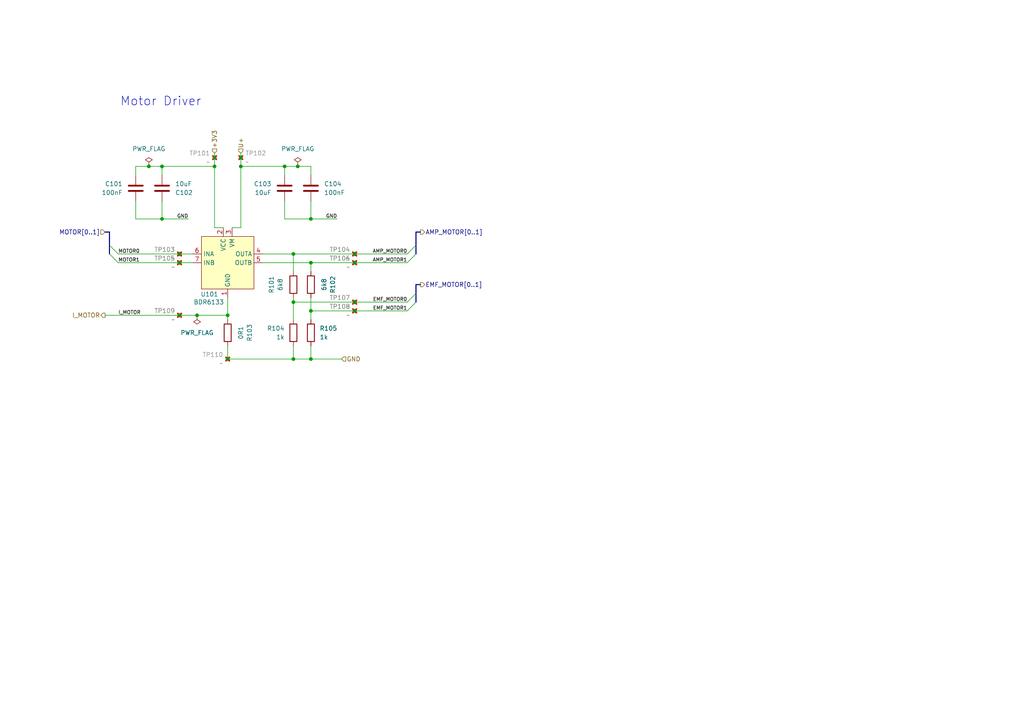
<source format=kicad_sch>
(kicad_sch
	(version 20231120)
	(generator "eeschema")
	(generator_version "8.0")
	(uuid "05e300d5-f5fa-4357-9552-f348c65b0d1e")
	(paper "A4")
	(title_block
		(title "xDuinoRail - LocDecoder - Development Kit")
		(date "2024-10-09")
		(rev "v0.2")
		(company "Chatelain Engineering, Bern - CH")
	)
	(lib_symbols
		(symbol "BDR6133:BDR6133"
			(exclude_from_sim no)
			(in_bom yes)
			(on_board yes)
			(property "Reference" "U"
				(at -7.112 -10.922 0)
				(effects
					(font
						(size 1.27 1.27)
					)
				)
			)
			(property "Value" "BDR6133"
				(at -3.302 -8.89 0)
				(effects
					(font
						(size 1.27 1.27)
					)
				)
			)
			(property "Footprint" ""
				(at -7.112 -10.922 0)
				(effects
					(font
						(size 1.27 1.27)
					)
					(hide yes)
				)
			)
			(property "Datasheet" ""
				(at -7.112 -10.922 0)
				(effects
					(font
						(size 1.27 1.27)
					)
					(hide yes)
				)
			)
			(property "Description" ""
				(at -7.112 -10.922 0)
				(effects
					(font
						(size 1.27 1.27)
					)
					(hide yes)
				)
			)
			(symbol "BDR6133_0_0"
				(pin power_in line
					(at 0 -10.16 90)
					(length 2.54)
					(name "GND"
						(effects
							(font
								(size 1.27 1.27)
							)
						)
					)
					(number "1"
						(effects
							(font
								(size 1.27 1.27)
							)
						)
					)
				)
				(pin power_in line
					(at -1.27 10.16 270)
					(length 2.54)
					(name "VCC"
						(effects
							(font
								(size 1.27 1.27)
							)
						)
					)
					(number "2"
						(effects
							(font
								(size 1.27 1.27)
							)
						)
					)
				)
				(pin power_in line
					(at 1.27 10.16 270)
					(length 2.54)
					(name "VM"
						(effects
							(font
								(size 1.27 1.27)
							)
						)
					)
					(number "3"
						(effects
							(font
								(size 1.27 1.27)
							)
						)
					)
				)
				(pin output line
					(at 10.16 2.54 180)
					(length 2.54)
					(name "OUTA"
						(effects
							(font
								(size 1.27 1.27)
							)
						)
					)
					(number "4"
						(effects
							(font
								(size 1.27 1.27)
							)
						)
					)
				)
				(pin output line
					(at 10.16 0 180)
					(length 2.54)
					(name "OUTB"
						(effects
							(font
								(size 1.27 1.27)
							)
						)
					)
					(number "5"
						(effects
							(font
								(size 1.27 1.27)
							)
						)
					)
				)
				(pin input line
					(at -10.16 2.54 0)
					(length 2.54)
					(name "INA"
						(effects
							(font
								(size 1.27 1.27)
							)
						)
					)
					(number "6"
						(effects
							(font
								(size 1.27 1.27)
							)
						)
					)
				)
				(pin input line
					(at -10.16 0 0)
					(length 2.54)
					(name "INB"
						(effects
							(font
								(size 1.27 1.27)
							)
						)
					)
					(number "7"
						(effects
							(font
								(size 1.27 1.27)
							)
						)
					)
				)
			)
			(symbol "BDR6133_1_0"
				(pin no_connect line
					(at -10.16 -2.54 0)
					(length 2.54) hide
					(name "NC"
						(effects
							(font
								(size 1.27 1.27)
							)
						)
					)
					(number "8"
						(effects
							(font
								(size 1.27 1.27)
							)
						)
					)
				)
				(pin power_in line
					(at 0 -10.16 90)
					(length 2.54) hide
					(name "PGND"
						(effects
							(font
								(size 1.27 1.27)
							)
						)
					)
					(number "9"
						(effects
							(font
								(size 1.27 1.27)
							)
						)
					)
				)
			)
			(symbol "BDR6133_1_1"
				(rectangle
					(start -7.62 7.62)
					(end 7.62 -7.62)
					(stroke
						(width 0)
						(type default)
					)
					(fill
						(type background)
					)
				)
			)
		)
		(symbol "Connector:TestPoint_Small"
			(pin_numbers hide)
			(pin_names
				(offset 0.762) hide)
			(exclude_from_sim no)
			(in_bom yes)
			(on_board yes)
			(property "Reference" "TP"
				(at 0 3.81 0)
				(effects
					(font
						(size 1.27 1.27)
					)
				)
			)
			(property "Value" "TestPoint_Small"
				(at 0 2.032 0)
				(effects
					(font
						(size 1.27 1.27)
					)
				)
			)
			(property "Footprint" ""
				(at 5.08 0 0)
				(effects
					(font
						(size 1.27 1.27)
					)
					(hide yes)
				)
			)
			(property "Datasheet" "~"
				(at 5.08 0 0)
				(effects
					(font
						(size 1.27 1.27)
					)
					(hide yes)
				)
			)
			(property "Description" "test point"
				(at 0 0 0)
				(effects
					(font
						(size 1.27 1.27)
					)
					(hide yes)
				)
			)
			(property "ki_keywords" "test point tp"
				(at 0 0 0)
				(effects
					(font
						(size 1.27 1.27)
					)
					(hide yes)
				)
			)
			(property "ki_fp_filters" "Pin* Test*"
				(at 0 0 0)
				(effects
					(font
						(size 1.27 1.27)
					)
					(hide yes)
				)
			)
			(symbol "TestPoint_Small_0_1"
				(circle
					(center 0 0)
					(radius 0.508)
					(stroke
						(width 0)
						(type default)
					)
					(fill
						(type none)
					)
				)
			)
			(symbol "TestPoint_Small_1_1"
				(pin passive line
					(at 0 0 90)
					(length 0)
					(name "1"
						(effects
							(font
								(size 1.27 1.27)
							)
						)
					)
					(number "1"
						(effects
							(font
								(size 1.27 1.27)
							)
						)
					)
				)
			)
		)
		(symbol "Device:C"
			(pin_numbers hide)
			(pin_names
				(offset 0.254)
			)
			(exclude_from_sim no)
			(in_bom yes)
			(on_board yes)
			(property "Reference" "C"
				(at 0.635 2.54 0)
				(effects
					(font
						(size 1.27 1.27)
					)
					(justify left)
				)
			)
			(property "Value" "C"
				(at 0.635 -2.54 0)
				(effects
					(font
						(size 1.27 1.27)
					)
					(justify left)
				)
			)
			(property "Footprint" ""
				(at 0.9652 -3.81 0)
				(effects
					(font
						(size 1.27 1.27)
					)
					(hide yes)
				)
			)
			(property "Datasheet" "~"
				(at 0 0 0)
				(effects
					(font
						(size 1.27 1.27)
					)
					(hide yes)
				)
			)
			(property "Description" "Unpolarized capacitor"
				(at 0 0 0)
				(effects
					(font
						(size 1.27 1.27)
					)
					(hide yes)
				)
			)
			(property "ki_keywords" "cap capacitor"
				(at 0 0 0)
				(effects
					(font
						(size 1.27 1.27)
					)
					(hide yes)
				)
			)
			(property "ki_fp_filters" "C_*"
				(at 0 0 0)
				(effects
					(font
						(size 1.27 1.27)
					)
					(hide yes)
				)
			)
			(symbol "C_0_1"
				(polyline
					(pts
						(xy -2.032 -0.762) (xy 2.032 -0.762)
					)
					(stroke
						(width 0.508)
						(type default)
					)
					(fill
						(type none)
					)
				)
				(polyline
					(pts
						(xy -2.032 0.762) (xy 2.032 0.762)
					)
					(stroke
						(width 0.508)
						(type default)
					)
					(fill
						(type none)
					)
				)
			)
			(symbol "C_1_1"
				(pin passive line
					(at 0 3.81 270)
					(length 2.794)
					(name "~"
						(effects
							(font
								(size 1.27 1.27)
							)
						)
					)
					(number "1"
						(effects
							(font
								(size 1.27 1.27)
							)
						)
					)
				)
				(pin passive line
					(at 0 -3.81 90)
					(length 2.794)
					(name "~"
						(effects
							(font
								(size 1.27 1.27)
							)
						)
					)
					(number "2"
						(effects
							(font
								(size 1.27 1.27)
							)
						)
					)
				)
			)
		)
		(symbol "Device:R"
			(pin_numbers hide)
			(pin_names
				(offset 0)
			)
			(exclude_from_sim no)
			(in_bom yes)
			(on_board yes)
			(property "Reference" "R"
				(at 2.032 0 90)
				(effects
					(font
						(size 1.27 1.27)
					)
				)
			)
			(property "Value" "R"
				(at 0 0 90)
				(effects
					(font
						(size 1.27 1.27)
					)
				)
			)
			(property "Footprint" ""
				(at -1.778 0 90)
				(effects
					(font
						(size 1.27 1.27)
					)
					(hide yes)
				)
			)
			(property "Datasheet" "~"
				(at 0 0 0)
				(effects
					(font
						(size 1.27 1.27)
					)
					(hide yes)
				)
			)
			(property "Description" "Resistor"
				(at 0 0 0)
				(effects
					(font
						(size 1.27 1.27)
					)
					(hide yes)
				)
			)
			(property "ki_keywords" "R res resistor"
				(at 0 0 0)
				(effects
					(font
						(size 1.27 1.27)
					)
					(hide yes)
				)
			)
			(property "ki_fp_filters" "R_*"
				(at 0 0 0)
				(effects
					(font
						(size 1.27 1.27)
					)
					(hide yes)
				)
			)
			(symbol "R_0_1"
				(rectangle
					(start -1.016 -2.54)
					(end 1.016 2.54)
					(stroke
						(width 0.254)
						(type default)
					)
					(fill
						(type none)
					)
				)
			)
			(symbol "R_1_1"
				(pin passive line
					(at 0 3.81 270)
					(length 1.27)
					(name "~"
						(effects
							(font
								(size 1.27 1.27)
							)
						)
					)
					(number "1"
						(effects
							(font
								(size 1.27 1.27)
							)
						)
					)
				)
				(pin passive line
					(at 0 -3.81 90)
					(length 1.27)
					(name "~"
						(effects
							(font
								(size 1.27 1.27)
							)
						)
					)
					(number "2"
						(effects
							(font
								(size 1.27 1.27)
							)
						)
					)
				)
			)
		)
		(symbol "power:PWR_FLAG"
			(power)
			(pin_numbers hide)
			(pin_names
				(offset 0) hide)
			(exclude_from_sim no)
			(in_bom yes)
			(on_board yes)
			(property "Reference" "#FLG"
				(at 0 1.905 0)
				(effects
					(font
						(size 1.27 1.27)
					)
					(hide yes)
				)
			)
			(property "Value" "PWR_FLAG"
				(at 0 3.81 0)
				(effects
					(font
						(size 1.27 1.27)
					)
				)
			)
			(property "Footprint" ""
				(at 0 0 0)
				(effects
					(font
						(size 1.27 1.27)
					)
					(hide yes)
				)
			)
			(property "Datasheet" "~"
				(at 0 0 0)
				(effects
					(font
						(size 1.27 1.27)
					)
					(hide yes)
				)
			)
			(property "Description" "Special symbol for telling ERC where power comes from"
				(at 0 0 0)
				(effects
					(font
						(size 1.27 1.27)
					)
					(hide yes)
				)
			)
			(property "ki_keywords" "flag power"
				(at 0 0 0)
				(effects
					(font
						(size 1.27 1.27)
					)
					(hide yes)
				)
			)
			(symbol "PWR_FLAG_0_0"
				(pin power_out line
					(at 0 0 90)
					(length 0)
					(name "~"
						(effects
							(font
								(size 1.27 1.27)
							)
						)
					)
					(number "1"
						(effects
							(font
								(size 1.27 1.27)
							)
						)
					)
				)
			)
			(symbol "PWR_FLAG_0_1"
				(polyline
					(pts
						(xy 0 0) (xy 0 1.27) (xy -1.016 1.905) (xy 0 2.54) (xy 1.016 1.905) (xy 0 1.27)
					)
					(stroke
						(width 0)
						(type default)
					)
					(fill
						(type none)
					)
				)
			)
		)
	)
	(junction
		(at 90.17 76.2)
		(diameter 0)
		(color 0 0 0 0)
		(uuid "0bd42835-01f0-483b-9303-89b3d27fda7c")
	)
	(junction
		(at 102.87 90.17)
		(diameter 0)
		(color 0 0 0 0)
		(uuid "0d267919-9b09-4456-b792-f9e2458adf97")
	)
	(junction
		(at 43.18 48.26)
		(diameter 0)
		(color 0 0 0 0)
		(uuid "10d60804-e91f-4d62-8738-c20ad8630ffa")
	)
	(junction
		(at 85.09 73.66)
		(diameter 0)
		(color 0 0 0 0)
		(uuid "1162c5c1-d102-4139-9bf4-bf1af43e9fb7")
	)
	(junction
		(at 46.99 48.26)
		(diameter 0)
		(color 0 0 0 0)
		(uuid "1a671767-d465-4d55-a8c2-6a6d7635f76f")
	)
	(junction
		(at 52.07 73.66)
		(diameter 0)
		(color 0 0 0 0)
		(uuid "201bb51e-d08a-4b5e-b171-017b4c14154b")
	)
	(junction
		(at 86.36 48.26)
		(diameter 0)
		(color 0 0 0 0)
		(uuid "2a4e74d4-a30d-4ac9-92cd-ea355963d944")
	)
	(junction
		(at 82.55 48.26)
		(diameter 0)
		(color 0 0 0 0)
		(uuid "2abfc7c4-4ad5-4b82-8636-af0b459381ca")
	)
	(junction
		(at 69.85 45.72)
		(diameter 0)
		(color 0 0 0 0)
		(uuid "2be32fcc-0fe4-4c2c-916b-27a28d47d680")
	)
	(junction
		(at 102.87 73.66)
		(diameter 0)
		(color 0 0 0 0)
		(uuid "2c0b0c66-34f6-4b3b-9ace-6da942e4d99a")
	)
	(junction
		(at 102.87 87.63)
		(diameter 0)
		(color 0 0 0 0)
		(uuid "2e59de85-bd42-4995-97e4-70ce123b13b0")
	)
	(junction
		(at 66.04 104.14)
		(diameter 0)
		(color 0 0 0 0)
		(uuid "35a63f1b-baa1-4fdd-af40-24aa98b9c5be")
	)
	(junction
		(at 69.85 48.26)
		(diameter 0)
		(color 0 0 0 0)
		(uuid "45a1f7c3-4ed2-4888-80aa-5b86d78f5e41")
	)
	(junction
		(at 85.09 104.14)
		(diameter 0)
		(color 0 0 0 0)
		(uuid "48e51172-ed99-42c1-b126-cd47978da81b")
	)
	(junction
		(at 46.99 63.5)
		(diameter 0)
		(color 0 0 0 0)
		(uuid "65bdc56e-c907-4787-b506-2e40b2b548e7")
	)
	(junction
		(at 102.87 76.2)
		(diameter 0)
		(color 0 0 0 0)
		(uuid "6a268b92-b1a2-4e62-93d8-d0e5a829dbf7")
	)
	(junction
		(at 62.23 45.72)
		(diameter 0)
		(color 0 0 0 0)
		(uuid "6cb8caa3-e84f-49cd-92d6-f08a39e3b896")
	)
	(junction
		(at 62.23 48.26)
		(diameter 0)
		(color 0 0 0 0)
		(uuid "6f070e76-58d6-4fdb-868d-e814f24d4c5a")
	)
	(junction
		(at 66.04 91.44)
		(diameter 0)
		(color 0 0 0 0)
		(uuid "91978ce6-af04-4082-a7e1-be9d154e6b74")
	)
	(junction
		(at 85.09 87.63)
		(diameter 0)
		(color 0 0 0 0)
		(uuid "9b61434d-1329-4531-a6c8-bae472abfa98")
	)
	(junction
		(at 90.17 63.5)
		(diameter 0)
		(color 0 0 0 0)
		(uuid "9f9ed912-74bd-4c56-b4b5-3aa9000c7084")
	)
	(junction
		(at 90.17 104.14)
		(diameter 0)
		(color 0 0 0 0)
		(uuid "a88fa757-081d-4480-90e8-948fdb3ff951")
	)
	(junction
		(at 57.15 91.44)
		(diameter 0)
		(color 0 0 0 0)
		(uuid "adbff6a6-7c35-4a2f-a9e1-befdfcb8be66")
	)
	(junction
		(at 52.07 76.2)
		(diameter 0)
		(color 0 0 0 0)
		(uuid "adfab112-d64e-4e57-af81-ba8603863a3a")
	)
	(junction
		(at 52.07 91.44)
		(diameter 0)
		(color 0 0 0 0)
		(uuid "bab4e259-0cdb-4976-967f-005ef98783a5")
	)
	(junction
		(at 90.17 90.17)
		(diameter 0)
		(color 0 0 0 0)
		(uuid "ec57bde1-f652-4abb-b50c-6cd95d7a27ca")
	)
	(bus_entry
		(at 120.65 71.12)
		(size -2.54 2.54)
		(stroke
			(width 0)
			(type default)
		)
		(uuid "00298a0e-806d-4554-a95b-ca0beb0a3c3f")
	)
	(bus_entry
		(at 120.65 87.63)
		(size -2.54 2.54)
		(stroke
			(width 0)
			(type default)
		)
		(uuid "01b2278b-ce4a-4ba4-8fa9-4a4951c9b568")
	)
	(bus_entry
		(at 31.75 71.12)
		(size 2.54 2.54)
		(stroke
			(width 0)
			(type default)
		)
		(uuid "0393b580-b019-4bbd-b458-1c025f2339e9")
	)
	(bus_entry
		(at 31.75 73.66)
		(size 2.54 2.54)
		(stroke
			(width 0)
			(type default)
		)
		(uuid "1e170dc1-6cb3-4c8e-9c77-726d8a9a794b")
	)
	(bus_entry
		(at 120.65 85.09)
		(size -2.54 2.54)
		(stroke
			(width 0)
			(type default)
		)
		(uuid "a397f642-c912-4797-9584-c676a0428a1e")
	)
	(bus_entry
		(at 120.65 73.66)
		(size -2.54 2.54)
		(stroke
			(width 0)
			(type default)
		)
		(uuid "e7f03ddf-f572-4bdf-b24d-2e06d0451bdf")
	)
	(wire
		(pts
			(xy 66.04 100.33) (xy 66.04 104.14)
		)
		(stroke
			(width 0)
			(type default)
		)
		(uuid "0530c086-9d9f-4cb6-bb34-f5a3ee503c24")
	)
	(wire
		(pts
			(xy 46.99 63.5) (xy 54.61 63.5)
		)
		(stroke
			(width 0)
			(type default)
		)
		(uuid "0956a73e-0a59-4f61-90f0-3acb47d8c3fc")
	)
	(bus
		(pts
			(xy 30.48 67.31) (xy 31.75 67.31)
		)
		(stroke
			(width 0)
			(type default)
		)
		(uuid "0a7d0b04-19e2-4bc0-bde0-1d7497be98c9")
	)
	(wire
		(pts
			(xy 85.09 73.66) (xy 85.09 78.74)
		)
		(stroke
			(width 0)
			(type default)
		)
		(uuid "0d163050-ac25-41c8-8433-37e8da05b104")
	)
	(wire
		(pts
			(xy 39.37 63.5) (xy 46.99 63.5)
		)
		(stroke
			(width 0)
			(type default)
		)
		(uuid "1189a8f3-14ce-4474-9d70-0b1228f35fc8")
	)
	(bus
		(pts
			(xy 121.92 82.55) (xy 120.65 82.55)
		)
		(stroke
			(width 0)
			(type default)
		)
		(uuid "192116a8-569d-499f-9e19-fbf1020f4972")
	)
	(wire
		(pts
			(xy 69.85 66.04) (xy 67.31 66.04)
		)
		(stroke
			(width 0)
			(type default)
		)
		(uuid "22075f2d-3161-47cf-8a0e-cda0c1d8eb63")
	)
	(wire
		(pts
			(xy 62.23 48.26) (xy 46.99 48.26)
		)
		(stroke
			(width 0)
			(type default)
		)
		(uuid "24495d86-a042-417d-baf5-07bfce8c9d7c")
	)
	(wire
		(pts
			(xy 118.11 87.63) (xy 102.87 87.63)
		)
		(stroke
			(width 0)
			(type default)
		)
		(uuid "25cbb6cc-6826-4b5d-b93f-eb2eae91c179")
	)
	(wire
		(pts
			(xy 69.85 48.26) (xy 69.85 66.04)
		)
		(stroke
			(width 0)
			(type default)
		)
		(uuid "2bc31f62-85e6-4ba2-ac1b-d625f5caaf6f")
	)
	(wire
		(pts
			(xy 62.23 45.72) (xy 62.23 48.26)
		)
		(stroke
			(width 0)
			(type default)
		)
		(uuid "2daf81eb-6613-4c27-97f0-eedd89505895")
	)
	(wire
		(pts
			(xy 66.04 86.36) (xy 66.04 91.44)
		)
		(stroke
			(width 0)
			(type default)
		)
		(uuid "33a220eb-ef24-436f-8419-81da0feaa611")
	)
	(wire
		(pts
			(xy 30.48 91.44) (xy 52.07 91.44)
		)
		(stroke
			(width 0)
			(type default)
		)
		(uuid "3d941bb7-4b30-46ef-ace0-3de0f8174242")
	)
	(wire
		(pts
			(xy 90.17 58.42) (xy 90.17 63.5)
		)
		(stroke
			(width 0)
			(type default)
		)
		(uuid "3da87cfc-0451-4530-b923-78de786c659d")
	)
	(wire
		(pts
			(xy 86.36 48.26) (xy 90.17 48.26)
		)
		(stroke
			(width 0)
			(type default)
		)
		(uuid "403b7b61-87d5-4479-8120-71392b532592")
	)
	(wire
		(pts
			(xy 66.04 91.44) (xy 66.04 92.71)
		)
		(stroke
			(width 0)
			(type default)
		)
		(uuid "41b91153-2e0e-4493-aa4a-40f7e8a344ff")
	)
	(wire
		(pts
			(xy 57.15 91.44) (xy 66.04 91.44)
		)
		(stroke
			(width 0)
			(type default)
		)
		(uuid "4288da4f-0e38-40a3-aaae-68aefd7199c8")
	)
	(wire
		(pts
			(xy 66.04 104.14) (xy 85.09 104.14)
		)
		(stroke
			(width 0)
			(type default)
		)
		(uuid "42e0e34f-28e2-4e80-8bb5-bad7ff1434e3")
	)
	(wire
		(pts
			(xy 90.17 78.74) (xy 90.17 76.2)
		)
		(stroke
			(width 0)
			(type default)
		)
		(uuid "4cad0db0-3835-4837-9a61-38e984cb35bb")
	)
	(wire
		(pts
			(xy 82.55 58.42) (xy 82.55 63.5)
		)
		(stroke
			(width 0)
			(type default)
		)
		(uuid "52c729d2-65e5-4563-8c8b-91eaf23321a2")
	)
	(wire
		(pts
			(xy 52.07 91.44) (xy 57.15 91.44)
		)
		(stroke
			(width 0)
			(type default)
		)
		(uuid "5e4412f6-e515-4f81-802b-f7d6cae930c0")
	)
	(wire
		(pts
			(xy 90.17 86.36) (xy 90.17 90.17)
		)
		(stroke
			(width 0)
			(type default)
		)
		(uuid "5f71e8bf-0c97-4e51-8ff7-048f282b7550")
	)
	(wire
		(pts
			(xy 39.37 58.42) (xy 39.37 63.5)
		)
		(stroke
			(width 0)
			(type default)
		)
		(uuid "65174cba-f769-461f-b465-4075c053c243")
	)
	(wire
		(pts
			(xy 69.85 44.45) (xy 69.85 45.72)
		)
		(stroke
			(width 0)
			(type default)
		)
		(uuid "6bec459d-5336-4026-904e-693b0738dc58")
	)
	(wire
		(pts
			(xy 46.99 58.42) (xy 46.99 63.5)
		)
		(stroke
			(width 0)
			(type default)
		)
		(uuid "6f0b92a2-2257-4e5e-9013-5f7fa960b154")
	)
	(wire
		(pts
			(xy 102.87 76.2) (xy 118.11 76.2)
		)
		(stroke
			(width 0)
			(type default)
		)
		(uuid "719bcd88-f032-418d-ad0b-44a986f5bbe2")
	)
	(wire
		(pts
			(xy 90.17 104.14) (xy 85.09 104.14)
		)
		(stroke
			(width 0)
			(type default)
		)
		(uuid "74e92e45-8568-4b41-81a1-9f450fda1420")
	)
	(bus
		(pts
			(xy 120.65 71.12) (xy 120.65 73.66)
		)
		(stroke
			(width 0)
			(type default)
		)
		(uuid "756fac19-ebd7-454d-88aa-436486e8237b")
	)
	(wire
		(pts
			(xy 90.17 50.8) (xy 90.17 48.26)
		)
		(stroke
			(width 0)
			(type default)
		)
		(uuid "75723c08-bd1d-4f7b-8989-dc91fbaa6d96")
	)
	(wire
		(pts
			(xy 76.2 73.66) (xy 85.09 73.66)
		)
		(stroke
			(width 0)
			(type default)
		)
		(uuid "768b5823-2e61-40d3-8686-05a8de884966")
	)
	(wire
		(pts
			(xy 62.23 66.04) (xy 64.77 66.04)
		)
		(stroke
			(width 0)
			(type default)
		)
		(uuid "78434a74-2662-4d59-bff2-e1f7ea7b673c")
	)
	(bus
		(pts
			(xy 120.65 67.31) (xy 120.65 71.12)
		)
		(stroke
			(width 0)
			(type default)
		)
		(uuid "796d8f71-a0e8-4f0e-b791-e68738e5cc39")
	)
	(wire
		(pts
			(xy 90.17 104.14) (xy 90.17 100.33)
		)
		(stroke
			(width 0)
			(type default)
		)
		(uuid "7a5e7804-014c-4c7b-b615-d79599c79d93")
	)
	(wire
		(pts
			(xy 85.09 87.63) (xy 102.87 87.63)
		)
		(stroke
			(width 0)
			(type default)
		)
		(uuid "7ee99b80-c160-40f6-ae55-c8f6b50b2a91")
	)
	(wire
		(pts
			(xy 76.2 76.2) (xy 90.17 76.2)
		)
		(stroke
			(width 0)
			(type default)
		)
		(uuid "8397ce3a-fc0e-4cd1-835f-2cee2b3758f0")
	)
	(wire
		(pts
			(xy 82.55 48.26) (xy 86.36 48.26)
		)
		(stroke
			(width 0)
			(type default)
		)
		(uuid "85e594cf-7fc1-4789-9119-b1a25a1be469")
	)
	(wire
		(pts
			(xy 85.09 73.66) (xy 102.87 73.66)
		)
		(stroke
			(width 0)
			(type default)
		)
		(uuid "8901d34e-3cb3-4d13-ade3-8a8af98a0508")
	)
	(wire
		(pts
			(xy 118.11 90.17) (xy 102.87 90.17)
		)
		(stroke
			(width 0)
			(type default)
		)
		(uuid "99a4e5be-d486-461a-98cf-240db091d976")
	)
	(wire
		(pts
			(xy 34.29 73.66) (xy 52.07 73.66)
		)
		(stroke
			(width 0)
			(type default)
		)
		(uuid "9a54715b-c240-4960-925e-93fc01408614")
	)
	(wire
		(pts
			(xy 90.17 90.17) (xy 90.17 92.71)
		)
		(stroke
			(width 0)
			(type default)
		)
		(uuid "9c0d454a-2943-4d9e-918d-b08d07ddf443")
	)
	(wire
		(pts
			(xy 85.09 100.33) (xy 85.09 104.14)
		)
		(stroke
			(width 0)
			(type default)
		)
		(uuid "9d9504e1-01de-40fa-8a78-82310ff483ae")
	)
	(wire
		(pts
			(xy 99.06 104.14) (xy 90.17 104.14)
		)
		(stroke
			(width 0)
			(type default)
		)
		(uuid "a2fb44ac-47ea-4542-a04c-8f61e5b954d8")
	)
	(bus
		(pts
			(xy 121.92 67.31) (xy 120.65 67.31)
		)
		(stroke
			(width 0)
			(type default)
		)
		(uuid "abbc83ed-a62c-49b5-a420-06b92ce01d40")
	)
	(bus
		(pts
			(xy 31.75 67.31) (xy 31.75 71.12)
		)
		(stroke
			(width 0)
			(type default)
		)
		(uuid "af1b52ba-fd0f-491e-be77-4a6a7dc70c45")
	)
	(wire
		(pts
			(xy 82.55 63.5) (xy 90.17 63.5)
		)
		(stroke
			(width 0)
			(type default)
		)
		(uuid "b0254ba1-0bfd-41c5-8072-a4f69b138634")
	)
	(wire
		(pts
			(xy 90.17 63.5) (xy 97.79 63.5)
		)
		(stroke
			(width 0)
			(type default)
		)
		(uuid "b03672d1-f6cf-4b01-ba6e-49b81ba52a4d")
	)
	(wire
		(pts
			(xy 85.09 86.36) (xy 85.09 87.63)
		)
		(stroke
			(width 0)
			(type default)
		)
		(uuid "b31c55fe-aa23-4d31-a46d-4616a03316c6")
	)
	(wire
		(pts
			(xy 52.07 73.66) (xy 55.88 73.66)
		)
		(stroke
			(width 0)
			(type default)
		)
		(uuid "b4204dc3-2330-4eac-863b-3f49fbbacd10")
	)
	(wire
		(pts
			(xy 62.23 48.26) (xy 62.23 66.04)
		)
		(stroke
			(width 0)
			(type default)
		)
		(uuid "b9342308-65dd-4463-90e3-80acdac750eb")
	)
	(bus
		(pts
			(xy 120.65 85.09) (xy 120.65 87.63)
		)
		(stroke
			(width 0)
			(type default)
		)
		(uuid "baacb992-fff8-43c7-8229-f47ed784482d")
	)
	(wire
		(pts
			(xy 34.29 76.2) (xy 52.07 76.2)
		)
		(stroke
			(width 0)
			(type default)
		)
		(uuid "bd2837d7-728a-4aaf-8f34-5c16d6178a2d")
	)
	(wire
		(pts
			(xy 46.99 48.26) (xy 46.99 50.8)
		)
		(stroke
			(width 0)
			(type default)
		)
		(uuid "c74a1cae-ad2b-443e-a730-67e02825beff")
	)
	(wire
		(pts
			(xy 43.18 48.26) (xy 46.99 48.26)
		)
		(stroke
			(width 0)
			(type default)
		)
		(uuid "c812e436-0749-4392-b9dd-2b115e8cb389")
	)
	(wire
		(pts
			(xy 90.17 90.17) (xy 102.87 90.17)
		)
		(stroke
			(width 0)
			(type default)
		)
		(uuid "c86cea84-fc9c-48b9-981e-9d1871d0e7de")
	)
	(bus
		(pts
			(xy 120.65 82.55) (xy 120.65 85.09)
		)
		(stroke
			(width 0)
			(type default)
		)
		(uuid "caff7391-610f-4c76-8139-c84e9d25ea67")
	)
	(wire
		(pts
			(xy 69.85 48.26) (xy 82.55 48.26)
		)
		(stroke
			(width 0)
			(type default)
		)
		(uuid "ce37b4d5-3b32-4737-9012-9e3b6fb1983a")
	)
	(wire
		(pts
			(xy 102.87 73.66) (xy 118.11 73.66)
		)
		(stroke
			(width 0)
			(type default)
		)
		(uuid "cf6f5bb7-a8e8-4eeb-ab12-2c0ad8c8e13c")
	)
	(wire
		(pts
			(xy 90.17 76.2) (xy 102.87 76.2)
		)
		(stroke
			(width 0)
			(type default)
		)
		(uuid "d3f70e74-c05e-41d5-89a6-aca9716c5a74")
	)
	(wire
		(pts
			(xy 82.55 48.26) (xy 82.55 50.8)
		)
		(stroke
			(width 0)
			(type default)
		)
		(uuid "daceb922-cb73-4899-ab57-03463c10434f")
	)
	(wire
		(pts
			(xy 69.85 45.72) (xy 69.85 48.26)
		)
		(stroke
			(width 0)
			(type default)
		)
		(uuid "db7565e0-924a-4d25-aa20-e1e2daba8a12")
	)
	(wire
		(pts
			(xy 39.37 48.26) (xy 43.18 48.26)
		)
		(stroke
			(width 0)
			(type default)
		)
		(uuid "e48d094b-8a58-41d4-81f8-461298712c14")
	)
	(wire
		(pts
			(xy 39.37 50.8) (xy 39.37 48.26)
		)
		(stroke
			(width 0)
			(type default)
		)
		(uuid "e74e83d3-91bb-4d5f-a804-74c9fffd04d4")
	)
	(bus
		(pts
			(xy 31.75 71.12) (xy 31.75 73.66)
		)
		(stroke
			(width 0)
			(type default)
		)
		(uuid "e8732e03-f778-44b9-9806-67155f127050")
	)
	(wire
		(pts
			(xy 85.09 87.63) (xy 85.09 92.71)
		)
		(stroke
			(width 0)
			(type default)
		)
		(uuid "efe6b9b8-1c85-4762-95c5-18fbab58e915")
	)
	(wire
		(pts
			(xy 62.23 44.45) (xy 62.23 45.72)
		)
		(stroke
			(width 0)
			(type default)
		)
		(uuid "f2cf5179-bab2-4e40-8f5d-babeb478ea38")
	)
	(wire
		(pts
			(xy 52.07 76.2) (xy 55.88 76.2)
		)
		(stroke
			(width 0)
			(type default)
		)
		(uuid "f57f41f7-3e06-486e-95dc-109cd4009e33")
	)
	(text "Motor Driver"
		(exclude_from_sim no)
		(at 34.798 30.988 0)
		(effects
			(font
				(size 2.54 2.54)
			)
			(justify left bottom)
		)
		(uuid "8e7b0bd8-c661-4330-97fe-306bf27b788e")
	)
	(label "EMF_MOTOR1"
		(at 118.11 90.17 180)
		(effects
			(font
				(size 1.016 1.016)
			)
			(justify right bottom)
		)
		(uuid "1d5d1422-9768-4e1f-b6a3-7202b4ee54c7")
	)
	(label "AMP_MOTOR0"
		(at 118.11 73.66 180)
		(effects
			(font
				(size 1.016 1.016)
			)
			(justify right bottom)
		)
		(uuid "348a94a1-8d0f-4ea4-8d35-9717337394f3")
	)
	(label "AMP_MOTOR1"
		(at 118.11 76.2 180)
		(effects
			(font
				(size 1.016 1.016)
			)
			(justify right bottom)
		)
		(uuid "5d361110-9e01-413a-bf4c-5f9f50eb6fe9")
	)
	(label "MOTOR0"
		(at 34.29 73.66 0)
		(effects
			(font
				(size 1.016 1.016)
			)
			(justify left bottom)
		)
		(uuid "8b5d14d6-7f68-421f-89cc-fed11e103529")
	)
	(label "EMF_MOTOR0"
		(at 118.11 87.63 180)
		(effects
			(font
				(size 1.016 1.016)
			)
			(justify right bottom)
		)
		(uuid "9ab2529e-0854-4e01-b759-d639252c0ee6")
	)
	(label "GND"
		(at 97.79 63.5 180)
		(effects
			(font
				(size 1.016 1.016)
			)
			(justify right bottom)
		)
		(uuid "9cc57982-843a-4e0c-a1a2-949c9b8c8cfe")
	)
	(label "I_MOTOR"
		(at 34.29 91.44 0)
		(effects
			(font
				(size 1.016 1.016)
			)
			(justify left bottom)
		)
		(uuid "a1b45448-a49f-4ca5-94de-c921de448900")
	)
	(label "MOTOR1"
		(at 34.29 76.2 0)
		(effects
			(font
				(size 1.016 1.016)
			)
			(justify left bottom)
		)
		(uuid "c1d62217-00cf-403f-b63c-59639895e22c")
	)
	(label "GND"
		(at 54.61 63.5 180)
		(effects
			(font
				(size 1.016 1.016)
			)
			(justify right bottom)
		)
		(uuid "d9c38a3b-a79b-4d72-b9ab-baf301034bdc")
	)
	(hierarchical_label "U+"
		(shape input)
		(at 69.85 44.45 90)
		(effects
			(font
				(size 1.27 1.27)
			)
			(justify left)
		)
		(uuid "16ce7ee0-15ac-4df6-81da-219063005810")
	)
	(hierarchical_label "MOTOR[0..1]"
		(shape input)
		(at 30.48 67.31 180)
		(effects
			(font
				(size 1.27 1.27)
			)
			(justify right)
		)
		(uuid "5c90ca6f-710f-4a62-8971-245ee129057b")
	)
	(hierarchical_label "I_MOTOR"
		(shape output)
		(at 30.48 91.44 180)
		(effects
			(font
				(size 1.27 1.27)
			)
			(justify right)
		)
		(uuid "838c9aa8-71b8-4a0d-9449-01cd6eb61573")
	)
	(hierarchical_label "AMP_MOTOR[0..1]"
		(shape output)
		(at 121.92 67.31 0)
		(effects
			(font
				(size 1.27 1.27)
			)
			(justify left)
		)
		(uuid "89172d10-d91a-4cc4-a2aa-c5c7f30718df")
	)
	(hierarchical_label "GND"
		(shape input)
		(at 99.06 104.14 0)
		(effects
			(font
				(size 1.27 1.27)
			)
			(justify left)
		)
		(uuid "a0744605-4d18-456e-9fcb-0867a80c01f8")
	)
	(hierarchical_label "+3V3"
		(shape input)
		(at 62.23 44.45 90)
		(effects
			(font
				(size 1.27 1.27)
			)
			(justify left)
		)
		(uuid "f3d4dcab-e775-4019-868b-d43b131d4df6")
	)
	(hierarchical_label "EMF_MOTOR[0..1]"
		(shape output)
		(at 121.92 82.55 0)
		(effects
			(font
				(size 1.27 1.27)
			)
			(justify left)
		)
		(uuid "f7fc1e32-ecc7-4175-97f9-370b90e3f98f")
	)
	(symbol
		(lib_id "Connector:TestPoint_Small")
		(at 102.87 76.2 0)
		(mirror y)
		(unit 1)
		(exclude_from_sim no)
		(in_bom no)
		(on_board no)
		(dnp yes)
		(uuid "1458b582-30b1-406f-87cf-12c58515993a")
		(property "Reference" "TP106"
			(at 101.6 74.9299 0)
			(effects
				(font
					(size 1.27 1.27)
				)
				(justify left)
			)
		)
		(property "Value" "~"
			(at 101.6 77.4699 0)
			(effects
				(font
					(size 1.27 1.27)
				)
				(justify left)
			)
		)
		(property "Footprint" "TestPoint:TestPoint_Pad_D1.0mm"
			(at 97.79 76.2 0)
			(effects
				(font
					(size 1.27 1.27)
				)
				(hide yes)
			)
		)
		(property "Datasheet" "~"
			(at 97.79 76.2 0)
			(effects
				(font
					(size 1.27 1.27)
				)
				(hide yes)
			)
		)
		(property "Description" "test point"
			(at 102.87 76.2 0)
			(effects
				(font
					(size 1.27 1.27)
				)
				(hide yes)
			)
		)
		(pin "1"
			(uuid "031d7baa-3499-4dfd-bb37-ec4fa4ddecb7")
		)
		(instances
			(project "loco-driver-motor"
				(path "/05e300d5-f5fa-4357-9552-f348c65b0d1e"
					(reference "TP106")
					(unit 1)
				)
			)
			(project "xDuinoRails-Thor-M"
				(path "/fb33ec4e-6596-45d2-a121-8d3475acd69a/28e0fa6a-354f-41d6-8b58-d1dd784eb1fe"
					(reference "TP906")
					(unit 1)
				)
			)
		)
	)
	(symbol
		(lib_id "power:PWR_FLAG")
		(at 57.15 91.44 0)
		(mirror x)
		(unit 1)
		(exclude_from_sim no)
		(in_bom yes)
		(on_board yes)
		(dnp no)
		(uuid "171355a9-4ee6-456d-a322-a8d718e16b3f")
		(property "Reference" "#FLG101"
			(at 57.15 93.345 0)
			(effects
				(font
					(size 1.27 1.27)
				)
				(hide yes)
			)
		)
		(property "Value" "PWR_FLAG"
			(at 57.15 96.52 0)
			(effects
				(font
					(size 1.27 1.27)
				)
			)
		)
		(property "Footprint" ""
			(at 57.15 91.44 0)
			(effects
				(font
					(size 1.27 1.27)
				)
				(hide yes)
			)
		)
		(property "Datasheet" "~"
			(at 57.15 91.44 0)
			(effects
				(font
					(size 1.27 1.27)
				)
				(hide yes)
			)
		)
		(property "Description" "Special symbol for telling ERC where power comes from"
			(at 57.15 91.44 0)
			(effects
				(font
					(size 1.27 1.27)
				)
				(hide yes)
			)
		)
		(pin "1"
			(uuid "5dd6316b-39f7-48bf-ad4e-3241abcb6ec5")
		)
		(instances
			(project "loco-driver-motor"
				(path "/05e300d5-f5fa-4357-9552-f348c65b0d1e"
					(reference "#FLG101")
					(unit 1)
				)
			)
			(project "xDuinoRails-Thor-M"
				(path "/fb33ec4e-6596-45d2-a121-8d3475acd69a/28e0fa6a-354f-41d6-8b58-d1dd784eb1fe"
					(reference "#FLG903")
					(unit 1)
				)
			)
		)
	)
	(symbol
		(lib_id "BDR6133:BDR6133")
		(at 66.04 76.2 0)
		(unit 1)
		(exclude_from_sim yes)
		(in_bom yes)
		(on_board yes)
		(dnp no)
		(uuid "2bf60704-2b8b-4d89-8354-dc1a7621affe")
		(property "Reference" "U101"
			(at 58.166 85.344 0)
			(effects
				(font
					(size 1.27 1.27)
				)
				(justify left)
			)
		)
		(property "Value" "BDR6133"
			(at 56.134 87.63 0)
			(effects
				(font
					(size 1.27 1.27)
				)
				(justify left)
			)
		)
		(property "Footprint" "Package_SO:SOIC-8-1EP_3.9x4.9mm_P1.27mm_EP2.41x3.3mm_ThermalVias"
			(at 57.912 97.282 0)
			(effects
				(font
					(size 1.27 1.27)
				)
				(hide yes)
			)
		)
		(property "Datasheet" ""
			(at 57.912 97.282 0)
			(effects
				(font
					(size 1.27 1.27)
				)
				(hide yes)
			)
		)
		(property "Description" ""
			(at 57.912 97.282 0)
			(effects
				(font
					(size 1.27 1.27)
				)
				(hide yes)
			)
		)
		(property "OLI_ID" "BDR6133_SOP-8"
			(at 66.04 76.2 0)
			(effects
				(font
					(size 1.27 1.27)
				)
				(hide yes)
			)
		)
		(property "Frequency" ""
			(at 66.04 76.2 0)
			(effects
				(font
					(size 1.27 1.27)
				)
				(hide yes)
			)
		)
		(property "LCSC" ""
			(at 66.04 76.2 0)
			(effects
				(font
					(size 1.27 1.27)
				)
				(hide yes)
			)
		)
		(property "LCSC Part #" ""
			(at 66.04 76.2 0)
			(effects
				(font
					(size 1.27 1.27)
				)
				(hide yes)
			)
		)
		(property "Sim.Device" ""
			(at 66.04 76.2 0)
			(effects
				(font
					(size 1.27 1.27)
				)
				(hide yes)
			)
		)
		(property "Sim.Pins" ""
			(at 66.04 76.2 0)
			(effects
				(font
					(size 1.27 1.27)
				)
				(hide yes)
			)
		)
		(property "rohs_cert_or_in_datasheet" ""
			(at 66.04 76.2 0)
			(effects
				(font
					(size 1.27 1.27)
				)
				(hide yes)
			)
		)
		(pin "1"
			(uuid "3acf0e27-bb8a-4d89-86c1-b8e3b263ffea")
		)
		(pin "4"
			(uuid "1e298164-517d-46bd-8e04-fe22ef7b1178")
		)
		(pin "7"
			(uuid "c1d8cd32-27fd-4c02-9f62-a5f476792e61")
		)
		(pin "6"
			(uuid "ba9b1774-7ca2-4118-ab91-077ac066dec6")
		)
		(pin "5"
			(uuid "5cf8033e-0ffc-4bb9-91d6-006bbb20825b")
		)
		(pin "3"
			(uuid "3e0bbef6-cf08-43be-bcb2-5cfe55e4f7fe")
		)
		(pin "8"
			(uuid "6a34e1c9-96a6-4c45-b04a-708ef5884494")
		)
		(pin "2"
			(uuid "a9eb05e5-411e-4d4b-b763-13aaf1e74d86")
		)
		(pin "9"
			(uuid "a7e544cf-9864-4caa-97a0-00b916d713d4")
		)
		(instances
			(project "loco-driver-motor"
				(path "/05e300d5-f5fa-4357-9552-f348c65b0d1e"
					(reference "U101")
					(unit 1)
				)
			)
			(project "xDuinoRails-Thor-M"
				(path "/fb33ec4e-6596-45d2-a121-8d3475acd69a/28e0fa6a-354f-41d6-8b58-d1dd784eb1fe"
					(reference "U901")
					(unit 1)
				)
			)
		)
	)
	(symbol
		(lib_id "Device:R")
		(at 66.04 96.52 180)
		(unit 1)
		(exclude_from_sim no)
		(in_bom yes)
		(on_board yes)
		(dnp no)
		(uuid "2d20c6fc-77f3-4d80-b43c-d592a0149d70")
		(property "Reference" "R103"
			(at 72.39 96.52 90)
			(effects
				(font
					(size 1.27 1.27)
				)
			)
		)
		(property "Value" "0R1"
			(at 69.85 96.52 90)
			(effects
				(font
					(size 1.27 1.27)
				)
			)
		)
		(property "Footprint" "Resistor_SMD:R_1206_3216Metric_Pad1.30x1.75mm_HandSolder"
			(at 67.818 96.52 90)
			(effects
				(font
					(size 1.27 1.27)
				)
				(hide yes)
			)
		)
		(property "Datasheet" "~"
			(at 66.04 96.52 0)
			(effects
				(font
					(size 1.27 1.27)
				)
				(hide yes)
			)
		)
		(property "Description" "Resistor"
			(at 66.04 96.52 0)
			(effects
				(font
					(size 1.27 1.27)
				)
				(hide yes)
			)
		)
		(property "OLI_ID" "0R1_1206"
			(at 66.04 96.52 0)
			(effects
				(font
					(size 1.27 1.27)
				)
				(hide yes)
			)
		)
		(property "Frequency" ""
			(at 66.04 96.52 0)
			(effects
				(font
					(size 1.27 1.27)
				)
				(hide yes)
			)
		)
		(property "LCSC" ""
			(at 66.04 96.52 0)
			(effects
				(font
					(size 1.27 1.27)
				)
				(hide yes)
			)
		)
		(property "LCSC Part #" ""
			(at 66.04 96.52 0)
			(effects
				(font
					(size 1.27 1.27)
				)
				(hide yes)
			)
		)
		(property "Sim.Device" "R"
			(at 66.04 96.52 0)
			(effects
				(font
					(size 1.27 1.27)
				)
				(hide yes)
			)
		)
		(property "Sim.Pins" "1=+ 2=-"
			(at 66.04 96.52 0)
			(effects
				(font
					(size 1.27 1.27)
				)
				(hide yes)
			)
		)
		(property "rohs_cert_or_in_datasheet" ""
			(at 66.04 96.52 0)
			(effects
				(font
					(size 1.27 1.27)
				)
				(hide yes)
			)
		)
		(pin "2"
			(uuid "55e55559-db6e-46dd-ad13-37569c399a35")
		)
		(pin "1"
			(uuid "106c15f2-e3e4-45c8-95d4-edd0756fa483")
		)
		(instances
			(project "loco-driver-motor"
				(path "/05e300d5-f5fa-4357-9552-f348c65b0d1e"
					(reference "R103")
					(unit 1)
				)
			)
			(project "xDuinoRails-Thor-M"
				(path "/fb33ec4e-6596-45d2-a121-8d3475acd69a/28e0fa6a-354f-41d6-8b58-d1dd784eb1fe"
					(reference "R903")
					(unit 1)
				)
			)
		)
	)
	(symbol
		(lib_id "Device:R")
		(at 90.17 82.55 180)
		(unit 1)
		(exclude_from_sim no)
		(in_bom yes)
		(on_board yes)
		(dnp no)
		(uuid "5a91f7b3-85da-4543-8718-b773358aeb2f")
		(property "Reference" "R102"
			(at 96.52 82.55 90)
			(effects
				(font
					(size 1.27 1.27)
				)
			)
		)
		(property "Value" "6k8"
			(at 93.98 82.55 90)
			(effects
				(font
					(size 1.27 1.27)
				)
			)
		)
		(property "Footprint" "Resistor_SMD:R_0402_1005Metric"
			(at 91.948 82.55 90)
			(effects
				(font
					(size 1.27 1.27)
				)
				(hide yes)
			)
		)
		(property "Datasheet" "~"
			(at 90.17 82.55 0)
			(effects
				(font
					(size 1.27 1.27)
				)
				(hide yes)
			)
		)
		(property "Description" "Resistor"
			(at 90.17 82.55 0)
			(effects
				(font
					(size 1.27 1.27)
				)
				(hide yes)
			)
		)
		(property "OLI_ID" "6k8_0402"
			(at 90.17 82.55 0)
			(effects
				(font
					(size 1.27 1.27)
				)
				(hide yes)
			)
		)
		(property "Frequency" ""
			(at 90.17 82.55 0)
			(effects
				(font
					(size 1.27 1.27)
				)
				(hide yes)
			)
		)
		(property "LCSC" ""
			(at 90.17 82.55 0)
			(effects
				(font
					(size 1.27 1.27)
				)
				(hide yes)
			)
		)
		(property "LCSC Part #" ""
			(at 90.17 82.55 0)
			(effects
				(font
					(size 1.27 1.27)
				)
				(hide yes)
			)
		)
		(property "Sim.Device" "R"
			(at 90.17 82.55 0)
			(effects
				(font
					(size 1.27 1.27)
				)
				(hide yes)
			)
		)
		(property "Sim.Pins" "1=+ 2=-"
			(at 90.17 82.55 0)
			(effects
				(font
					(size 1.27 1.27)
				)
				(hide yes)
			)
		)
		(property "rohs_cert_or_in_datasheet" ""
			(at 90.17 82.55 0)
			(effects
				(font
					(size 1.27 1.27)
				)
				(hide yes)
			)
		)
		(pin "2"
			(uuid "9fabbb70-8cd0-4289-9005-ca51581cae23")
		)
		(pin "1"
			(uuid "db7af9c1-06bc-48e8-81ca-423ad05c9bcf")
		)
		(instances
			(project "loco-driver-motor"
				(path "/05e300d5-f5fa-4357-9552-f348c65b0d1e"
					(reference "R102")
					(unit 1)
				)
			)
			(project "xDuinoRails-Thor-M"
				(path "/fb33ec4e-6596-45d2-a121-8d3475acd69a/28e0fa6a-354f-41d6-8b58-d1dd784eb1fe"
					(reference "R902")
					(unit 1)
				)
			)
		)
	)
	(symbol
		(lib_id "power:PWR_FLAG")
		(at 86.36 48.26 0)
		(mirror y)
		(unit 1)
		(exclude_from_sim no)
		(in_bom yes)
		(on_board yes)
		(dnp no)
		(uuid "61fc3e80-6f35-4eb2-bbdf-a5e95e8230d8")
		(property "Reference" "#FLG103"
			(at 86.36 46.355 0)
			(effects
				(font
					(size 1.27 1.27)
				)
				(hide yes)
			)
		)
		(property "Value" "PWR_FLAG"
			(at 86.36 43.18 0)
			(effects
				(font
					(size 1.27 1.27)
				)
			)
		)
		(property "Footprint" ""
			(at 86.36 48.26 0)
			(effects
				(font
					(size 1.27 1.27)
				)
				(hide yes)
			)
		)
		(property "Datasheet" "~"
			(at 86.36 48.26 0)
			(effects
				(font
					(size 1.27 1.27)
				)
				(hide yes)
			)
		)
		(property "Description" "Special symbol for telling ERC where power comes from"
			(at 86.36 48.26 0)
			(effects
				(font
					(size 1.27 1.27)
				)
				(hide yes)
			)
		)
		(pin "1"
			(uuid "9fa72035-cba1-4382-8c71-ae407e8b47fd")
		)
		(instances
			(project "loco-driver-motor"
				(path "/05e300d5-f5fa-4357-9552-f348c65b0d1e"
					(reference "#FLG103")
					(unit 1)
				)
			)
			(project "xDuinoRails-Thor-M"
				(path "/fb33ec4e-6596-45d2-a121-8d3475acd69a/28e0fa6a-354f-41d6-8b58-d1dd784eb1fe"
					(reference "#FLG902")
					(unit 1)
				)
			)
		)
	)
	(symbol
		(lib_id "Connector:TestPoint_Small")
		(at 52.07 91.44 0)
		(mirror y)
		(unit 1)
		(exclude_from_sim no)
		(in_bom no)
		(on_board no)
		(dnp yes)
		(uuid "7247a333-1073-4da7-8ae6-18e97260cf08")
		(property "Reference" "TP109"
			(at 50.8 90.1699 0)
			(effects
				(font
					(size 1.27 1.27)
				)
				(justify left)
			)
		)
		(property "Value" "~"
			(at 50.8 92.7099 0)
			(effects
				(font
					(size 1.27 1.27)
				)
				(justify left)
			)
		)
		(property "Footprint" "TestPoint:TestPoint_Pad_D1.0mm"
			(at 46.99 91.44 0)
			(effects
				(font
					(size 1.27 1.27)
				)
				(hide yes)
			)
		)
		(property "Datasheet" "~"
			(at 46.99 91.44 0)
			(effects
				(font
					(size 1.27 1.27)
				)
				(hide yes)
			)
		)
		(property "Description" "test point"
			(at 52.07 91.44 0)
			(effects
				(font
					(size 1.27 1.27)
				)
				(hide yes)
			)
		)
		(pin "1"
			(uuid "a5d9e61b-ca68-4329-9511-b31417d314ec")
		)
		(instances
			(project "loco-driver-motor"
				(path "/05e300d5-f5fa-4357-9552-f348c65b0d1e"
					(reference "TP109")
					(unit 1)
				)
			)
			(project "xDuinoRails-Thor-M"
				(path "/fb33ec4e-6596-45d2-a121-8d3475acd69a/28e0fa6a-354f-41d6-8b58-d1dd784eb1fe"
					(reference "TP909")
					(unit 1)
				)
			)
		)
	)
	(symbol
		(lib_id "Device:R")
		(at 85.09 82.55 0)
		(mirror x)
		(unit 1)
		(exclude_from_sim no)
		(in_bom yes)
		(on_board yes)
		(dnp no)
		(fields_autoplaced yes)
		(uuid "7eccaf43-85ae-4ab3-b4fc-fff7e8c61760")
		(property "Reference" "R101"
			(at 78.74 82.55 90)
			(effects
				(font
					(size 1.27 1.27)
				)
			)
		)
		(property "Value" "6k8"
			(at 81.28 82.55 90)
			(effects
				(font
					(size 1.27 1.27)
				)
			)
		)
		(property "Footprint" "Resistor_SMD:R_0402_1005Metric"
			(at 83.312 82.55 90)
			(effects
				(font
					(size 1.27 1.27)
				)
				(hide yes)
			)
		)
		(property "Datasheet" "~"
			(at 85.09 82.55 0)
			(effects
				(font
					(size 1.27 1.27)
				)
				(hide yes)
			)
		)
		(property "Description" "Resistor"
			(at 85.09 82.55 0)
			(effects
				(font
					(size 1.27 1.27)
				)
				(hide yes)
			)
		)
		(property "OLI_ID" "6k8_0402"
			(at 85.09 82.55 0)
			(effects
				(font
					(size 1.27 1.27)
				)
				(hide yes)
			)
		)
		(property "Frequency" ""
			(at 85.09 82.55 0)
			(effects
				(font
					(size 1.27 1.27)
				)
				(hide yes)
			)
		)
		(property "LCSC" ""
			(at 85.09 82.55 0)
			(effects
				(font
					(size 1.27 1.27)
				)
				(hide yes)
			)
		)
		(property "LCSC Part #" ""
			(at 85.09 82.55 0)
			(effects
				(font
					(size 1.27 1.27)
				)
				(hide yes)
			)
		)
		(property "Sim.Device" "R"
			(at 85.09 82.55 0)
			(effects
				(font
					(size 1.27 1.27)
				)
				(hide yes)
			)
		)
		(property "Sim.Pins" "1=+ 2=-"
			(at 85.09 82.55 0)
			(effects
				(font
					(size 1.27 1.27)
				)
				(hide yes)
			)
		)
		(property "rohs_cert_or_in_datasheet" ""
			(at 85.09 82.55 0)
			(effects
				(font
					(size 1.27 1.27)
				)
				(hide yes)
			)
		)
		(pin "2"
			(uuid "f8526c1d-6d16-4cf3-b647-496132d191e0")
		)
		(pin "1"
			(uuid "163198e3-3d6d-462f-90d1-42c83ba60bdf")
		)
		(instances
			(project "loco-driver-motor"
				(path "/05e300d5-f5fa-4357-9552-f348c65b0d1e"
					(reference "R101")
					(unit 1)
				)
			)
			(project "xDuinoRails-Thor-M"
				(path "/fb33ec4e-6596-45d2-a121-8d3475acd69a/28e0fa6a-354f-41d6-8b58-d1dd784eb1fe"
					(reference "R901")
					(unit 1)
				)
			)
		)
	)
	(symbol
		(lib_id "Connector:TestPoint_Small")
		(at 102.87 73.66 0)
		(mirror y)
		(unit 1)
		(exclude_from_sim no)
		(in_bom no)
		(on_board no)
		(dnp yes)
		(uuid "8a9e3819-42fa-4ed3-950c-ed13166c6201")
		(property "Reference" "TP104"
			(at 101.6 72.3899 0)
			(effects
				(font
					(size 1.27 1.27)
				)
				(justify left)
			)
		)
		(property "Value" "~"
			(at 101.6 74.9299 0)
			(effects
				(font
					(size 1.27 1.27)
				)
				(justify left)
			)
		)
		(property "Footprint" "TestPoint:TestPoint_Pad_D1.0mm"
			(at 97.79 73.66 0)
			(effects
				(font
					(size 1.27 1.27)
				)
				(hide yes)
			)
		)
		(property "Datasheet" "~"
			(at 97.79 73.66 0)
			(effects
				(font
					(size 1.27 1.27)
				)
				(hide yes)
			)
		)
		(property "Description" "test point"
			(at 102.87 73.66 0)
			(effects
				(font
					(size 1.27 1.27)
				)
				(hide yes)
			)
		)
		(pin "1"
			(uuid "37c94390-fc48-400d-b36f-2cf36d989636")
		)
		(instances
			(project "loco-driver-motor"
				(path "/05e300d5-f5fa-4357-9552-f348c65b0d1e"
					(reference "TP104")
					(unit 1)
				)
			)
			(project "xDuinoRails-Thor-M"
				(path "/fb33ec4e-6596-45d2-a121-8d3475acd69a/28e0fa6a-354f-41d6-8b58-d1dd784eb1fe"
					(reference "TP904")
					(unit 1)
				)
			)
		)
	)
	(symbol
		(lib_id "Connector:TestPoint_Small")
		(at 102.87 90.17 0)
		(mirror y)
		(unit 1)
		(exclude_from_sim no)
		(in_bom no)
		(on_board no)
		(dnp yes)
		(uuid "943a0be4-8e78-440a-a45e-9856abdfa7fd")
		(property "Reference" "TP108"
			(at 101.6 88.8999 0)
			(effects
				(font
					(size 1.27 1.27)
				)
				(justify left)
			)
		)
		(property "Value" "~"
			(at 101.6 91.4399 0)
			(effects
				(font
					(size 1.27 1.27)
				)
				(justify left)
			)
		)
		(property "Footprint" "TestPoint:TestPoint_Pad_D1.0mm"
			(at 97.79 90.17 0)
			(effects
				(font
					(size 1.27 1.27)
				)
				(hide yes)
			)
		)
		(property "Datasheet" "~"
			(at 97.79 90.17 0)
			(effects
				(font
					(size 1.27 1.27)
				)
				(hide yes)
			)
		)
		(property "Description" "test point"
			(at 102.87 90.17 0)
			(effects
				(font
					(size 1.27 1.27)
				)
				(hide yes)
			)
		)
		(pin "1"
			(uuid "750721ac-6150-4f34-99a5-15c0622b2ba5")
		)
		(instances
			(project "loco-driver-motor"
				(path "/05e300d5-f5fa-4357-9552-f348c65b0d1e"
					(reference "TP108")
					(unit 1)
				)
			)
			(project "xDuinoRails-Thor-M"
				(path "/fb33ec4e-6596-45d2-a121-8d3475acd69a/28e0fa6a-354f-41d6-8b58-d1dd784eb1fe"
					(reference "TP908")
					(unit 1)
				)
			)
		)
	)
	(symbol
		(lib_id "Connector:TestPoint_Small")
		(at 69.85 45.72 0)
		(unit 1)
		(exclude_from_sim no)
		(in_bom no)
		(on_board no)
		(dnp yes)
		(uuid "998fd0c6-a7cc-49a8-bfa8-1b6799b3c7ac")
		(property "Reference" "TP102"
			(at 71.12 44.4499 0)
			(effects
				(font
					(size 1.27 1.27)
				)
				(justify left)
			)
		)
		(property "Value" "~"
			(at 71.12 46.9899 0)
			(effects
				(font
					(size 1.27 1.27)
				)
				(justify left)
			)
		)
		(property "Footprint" "TestPoint:TestPoint_Pad_D1.0mm"
			(at 74.93 45.72 0)
			(effects
				(font
					(size 1.27 1.27)
				)
				(hide yes)
			)
		)
		(property "Datasheet" "~"
			(at 74.93 45.72 0)
			(effects
				(font
					(size 1.27 1.27)
				)
				(hide yes)
			)
		)
		(property "Description" "test point"
			(at 69.85 45.72 0)
			(effects
				(font
					(size 1.27 1.27)
				)
				(hide yes)
			)
		)
		(pin "1"
			(uuid "f0d71fa7-cbac-4e29-9c7f-d52988e27597")
		)
		(instances
			(project "loco-driver-motor"
				(path "/05e300d5-f5fa-4357-9552-f348c65b0d1e"
					(reference "TP102")
					(unit 1)
				)
			)
			(project "xDuinoRails-Thor-M"
				(path "/fb33ec4e-6596-45d2-a121-8d3475acd69a/28e0fa6a-354f-41d6-8b58-d1dd784eb1fe"
					(reference "TP902")
					(unit 1)
				)
			)
		)
	)
	(symbol
		(lib_id "Device:C")
		(at 90.17 54.61 0)
		(unit 1)
		(exclude_from_sim no)
		(in_bom yes)
		(on_board yes)
		(dnp no)
		(fields_autoplaced yes)
		(uuid "9b7961fd-1a62-46f2-a1b3-ca9dc0d1621e")
		(property "Reference" "C104"
			(at 93.98 53.3399 0)
			(effects
				(font
					(size 1.27 1.27)
				)
				(justify left)
			)
		)
		(property "Value" "100nF"
			(at 93.98 55.8799 0)
			(effects
				(font
					(size 1.27 1.27)
				)
				(justify left)
			)
		)
		(property "Footprint" "Capacitor_SMD:C_0603_1608Metric"
			(at 91.1352 58.42 0)
			(effects
				(font
					(size 1.27 1.27)
				)
				(hide yes)
			)
		)
		(property "Datasheet" "~"
			(at 90.17 54.61 0)
			(effects
				(font
					(size 1.27 1.27)
				)
				(hide yes)
			)
		)
		(property "Description" "Unpolarized capacitor"
			(at 90.17 54.61 0)
			(effects
				(font
					(size 1.27 1.27)
				)
				(hide yes)
			)
		)
		(property "Frequency" ""
			(at 90.17 54.61 0)
			(effects
				(font
					(size 1.27 1.27)
				)
				(hide yes)
			)
		)
		(property "LCSC" ""
			(at 90.17 54.61 0)
			(effects
				(font
					(size 1.27 1.27)
				)
				(hide yes)
			)
		)
		(property "LCSC Part #" ""
			(at 90.17 54.61 0)
			(effects
				(font
					(size 1.27 1.27)
				)
				(hide yes)
			)
		)
		(property "Sim.Device" "C"
			(at 90.17 54.61 0)
			(effects
				(font
					(size 1.27 1.27)
				)
				(hide yes)
			)
		)
		(property "Sim.Pins" "1=+ 2=-"
			(at 90.17 54.61 0)
			(effects
				(font
					(size 1.27 1.27)
				)
				(hide yes)
			)
		)
		(property "rohs_cert_or_in_datasheet" ""
			(at 90.17 54.61 0)
			(effects
				(font
					(size 1.27 1.27)
				)
				(hide yes)
			)
		)
		(property "OLI_ID" "100nF_0603"
			(at 90.17 54.61 0)
			(effects
				(font
					(size 1.27 1.27)
				)
				(hide yes)
			)
		)
		(pin "2"
			(uuid "c40e7e88-b4ff-417c-82f7-79fc19250904")
		)
		(pin "1"
			(uuid "f9e225d7-e24e-4971-b84b-6e7e4138ac17")
		)
		(instances
			(project "loco-driver-motor"
				(path "/05e300d5-f5fa-4357-9552-f348c65b0d1e"
					(reference "C104")
					(unit 1)
				)
			)
			(project "xDuinoRails-Thor-M"
				(path "/fb33ec4e-6596-45d2-a121-8d3475acd69a/28e0fa6a-354f-41d6-8b58-d1dd784eb1fe"
					(reference "C904")
					(unit 1)
				)
			)
		)
	)
	(symbol
		(lib_id "Connector:TestPoint_Small")
		(at 62.23 45.72 0)
		(mirror y)
		(unit 1)
		(exclude_from_sim no)
		(in_bom no)
		(on_board no)
		(dnp yes)
		(uuid "a4d8fffb-9ede-46a5-a01a-b585ebc444d6")
		(property "Reference" "TP101"
			(at 60.96 44.4499 0)
			(effects
				(font
					(size 1.27 1.27)
				)
				(justify left)
			)
		)
		(property "Value" "~"
			(at 60.96 46.9899 0)
			(effects
				(font
					(size 1.27 1.27)
				)
				(justify left)
			)
		)
		(property "Footprint" "TestPoint:TestPoint_Pad_D1.0mm"
			(at 57.15 45.72 0)
			(effects
				(font
					(size 1.27 1.27)
				)
				(hide yes)
			)
		)
		(property "Datasheet" "~"
			(at 57.15 45.72 0)
			(effects
				(font
					(size 1.27 1.27)
				)
				(hide yes)
			)
		)
		(property "Description" "test point"
			(at 62.23 45.72 0)
			(effects
				(font
					(size 1.27 1.27)
				)
				(hide yes)
			)
		)
		(pin "1"
			(uuid "ddb0eaad-a353-448d-af33-0aca73e9773c")
		)
		(instances
			(project "loco-driver-motor"
				(path "/05e300d5-f5fa-4357-9552-f348c65b0d1e"
					(reference "TP101")
					(unit 1)
				)
			)
			(project "xDuinoRails-Thor-M"
				(path "/fb33ec4e-6596-45d2-a121-8d3475acd69a/28e0fa6a-354f-41d6-8b58-d1dd784eb1fe"
					(reference "TP901")
					(unit 1)
				)
			)
		)
	)
	(symbol
		(lib_id "Device:R")
		(at 85.09 96.52 0)
		(mirror y)
		(unit 1)
		(exclude_from_sim no)
		(in_bom yes)
		(on_board yes)
		(dnp no)
		(fields_autoplaced yes)
		(uuid "a7fd313c-88b3-4931-81a2-ca67743e103b")
		(property "Reference" "R104"
			(at 82.55 95.2499 0)
			(effects
				(font
					(size 1.27 1.27)
				)
				(justify left)
			)
		)
		(property "Value" "1k"
			(at 82.55 97.7899 0)
			(effects
				(font
					(size 1.27 1.27)
				)
				(justify left)
			)
		)
		(property "Footprint" "Resistor_SMD:R_0402_1005Metric"
			(at 86.868 96.52 90)
			(effects
				(font
					(size 1.27 1.27)
				)
				(hide yes)
			)
		)
		(property "Datasheet" "~"
			(at 85.09 96.52 0)
			(effects
				(font
					(size 1.27 1.27)
				)
				(hide yes)
			)
		)
		(property "Description" "Resistor"
			(at 85.09 96.52 0)
			(effects
				(font
					(size 1.27 1.27)
				)
				(hide yes)
			)
		)
		(property "OLI_ID" "1k_0402"
			(at 85.09 96.52 0)
			(effects
				(font
					(size 1.27 1.27)
				)
				(hide yes)
			)
		)
		(property "Frequency" ""
			(at 85.09 96.52 0)
			(effects
				(font
					(size 1.27 1.27)
				)
				(hide yes)
			)
		)
		(property "LCSC" ""
			(at 85.09 96.52 0)
			(effects
				(font
					(size 1.27 1.27)
				)
				(hide yes)
			)
		)
		(property "LCSC Part #" ""
			(at 85.09 96.52 0)
			(effects
				(font
					(size 1.27 1.27)
				)
				(hide yes)
			)
		)
		(property "Sim.Device" "R"
			(at 85.09 96.52 0)
			(effects
				(font
					(size 1.27 1.27)
				)
				(hide yes)
			)
		)
		(property "Sim.Pins" "1=+ 2=-"
			(at 85.09 96.52 0)
			(effects
				(font
					(size 1.27 1.27)
				)
				(hide yes)
			)
		)
		(property "rohs_cert_or_in_datasheet" ""
			(at 85.09 96.52 0)
			(effects
				(font
					(size 1.27 1.27)
				)
				(hide yes)
			)
		)
		(pin "2"
			(uuid "00d26ce7-51aa-49b0-9670-25ce4ab312bb")
		)
		(pin "1"
			(uuid "d379dc92-74d7-4e6e-a784-bebcef31f6dd")
		)
		(instances
			(project "loco-driver-motor"
				(path "/05e300d5-f5fa-4357-9552-f348c65b0d1e"
					(reference "R104")
					(unit 1)
				)
			)
			(project "xDuinoRails-Thor-M"
				(path "/fb33ec4e-6596-45d2-a121-8d3475acd69a/28e0fa6a-354f-41d6-8b58-d1dd784eb1fe"
					(reference "R904")
					(unit 1)
				)
			)
		)
	)
	(symbol
		(lib_id "power:PWR_FLAG")
		(at 43.18 48.26 0)
		(mirror y)
		(unit 1)
		(exclude_from_sim no)
		(in_bom yes)
		(on_board yes)
		(dnp no)
		(uuid "ae9fd50c-0660-442e-8ddb-1251830f576f")
		(property "Reference" "#FLG102"
			(at 43.18 46.355 0)
			(effects
				(font
					(size 1.27 1.27)
				)
				(hide yes)
			)
		)
		(property "Value" "PWR_FLAG"
			(at 43.18 43.18 0)
			(effects
				(font
					(size 1.27 1.27)
				)
			)
		)
		(property "Footprint" ""
			(at 43.18 48.26 0)
			(effects
				(font
					(size 1.27 1.27)
				)
				(hide yes)
			)
		)
		(property "Datasheet" "~"
			(at 43.18 48.26 0)
			(effects
				(font
					(size 1.27 1.27)
				)
				(hide yes)
			)
		)
		(property "Description" "Special symbol for telling ERC where power comes from"
			(at 43.18 48.26 0)
			(effects
				(font
					(size 1.27 1.27)
				)
				(hide yes)
			)
		)
		(pin "1"
			(uuid "7242c0cd-d8ee-4677-94c6-0d55f2592581")
		)
		(instances
			(project "loco-driver-motor"
				(path "/05e300d5-f5fa-4357-9552-f348c65b0d1e"
					(reference "#FLG102")
					(unit 1)
				)
			)
			(project "xDuinoRails-Thor-M"
				(path "/fb33ec4e-6596-45d2-a121-8d3475acd69a/28e0fa6a-354f-41d6-8b58-d1dd784eb1fe"
					(reference "#FLG901")
					(unit 1)
				)
			)
		)
	)
	(symbol
		(lib_id "Connector:TestPoint_Small")
		(at 52.07 73.66 0)
		(mirror y)
		(unit 1)
		(exclude_from_sim no)
		(in_bom no)
		(on_board no)
		(dnp yes)
		(uuid "b1d375ec-4148-4338-81b4-85555ca12e26")
		(property "Reference" "TP103"
			(at 50.8 72.3899 0)
			(effects
				(font
					(size 1.27 1.27)
				)
				(justify left)
			)
		)
		(property "Value" "~"
			(at 50.8 74.9299 0)
			(effects
				(font
					(size 1.27 1.27)
				)
				(justify left)
			)
		)
		(property "Footprint" "TestPoint:TestPoint_Pad_D1.0mm"
			(at 46.99 73.66 0)
			(effects
				(font
					(size 1.27 1.27)
				)
				(hide yes)
			)
		)
		(property "Datasheet" "~"
			(at 46.99 73.66 0)
			(effects
				(font
					(size 1.27 1.27)
				)
				(hide yes)
			)
		)
		(property "Description" "test point"
			(at 52.07 73.66 0)
			(effects
				(font
					(size 1.27 1.27)
				)
				(hide yes)
			)
		)
		(pin "1"
			(uuid "bf4f3dbd-d1dd-463a-8fd6-225ad93c433e")
		)
		(instances
			(project "loco-driver-motor"
				(path "/05e300d5-f5fa-4357-9552-f348c65b0d1e"
					(reference "TP103")
					(unit 1)
				)
			)
			(project "xDuinoRails-Thor-M"
				(path "/fb33ec4e-6596-45d2-a121-8d3475acd69a/28e0fa6a-354f-41d6-8b58-d1dd784eb1fe"
					(reference "TP903")
					(unit 1)
				)
			)
		)
	)
	(symbol
		(lib_id "Device:C")
		(at 82.55 54.61 0)
		(mirror y)
		(unit 1)
		(exclude_from_sim no)
		(in_bom yes)
		(on_board yes)
		(dnp no)
		(uuid "bc049482-7b7a-48a3-ab75-c13c0d8a0a05")
		(property "Reference" "C103"
			(at 78.74 53.3399 0)
			(effects
				(font
					(size 1.27 1.27)
				)
				(justify left)
			)
		)
		(property "Value" "10uF"
			(at 78.74 55.8799 0)
			(effects
				(font
					(size 1.27 1.27)
				)
				(justify left)
			)
		)
		(property "Footprint" "Capacitor_SMD:C_0805_2012Metric"
			(at 81.5848 58.42 0)
			(effects
				(font
					(size 1.27 1.27)
				)
				(hide yes)
			)
		)
		(property "Datasheet" "~"
			(at 82.55 54.61 0)
			(effects
				(font
					(size 1.27 1.27)
				)
				(hide yes)
			)
		)
		(property "Description" "Unpolarized capacitor"
			(at 82.55 54.61 0)
			(effects
				(font
					(size 1.27 1.27)
				)
				(hide yes)
			)
		)
		(property "Frequency" ""
			(at 82.55 54.61 0)
			(effects
				(font
					(size 1.27 1.27)
				)
				(hide yes)
			)
		)
		(property "LCSC" ""
			(at 82.55 54.61 0)
			(effects
				(font
					(size 1.27 1.27)
				)
				(hide yes)
			)
		)
		(property "LCSC Part #" ""
			(at 82.55 54.61 0)
			(effects
				(font
					(size 1.27 1.27)
				)
				(hide yes)
			)
		)
		(property "Sim.Device" "C"
			(at 82.55 54.61 0)
			(effects
				(font
					(size 1.27 1.27)
				)
				(hide yes)
			)
		)
		(property "Sim.Pins" "1=+ 2=-"
			(at 82.55 54.61 0)
			(effects
				(font
					(size 1.27 1.27)
				)
				(hide yes)
			)
		)
		(property "rohs_cert_or_in_datasheet" ""
			(at 82.55 54.61 0)
			(effects
				(font
					(size 1.27 1.27)
				)
				(hide yes)
			)
		)
		(property "OLI_ID" "10uF_0805"
			(at 82.55 54.61 0)
			(effects
				(font
					(size 1.27 1.27)
				)
				(hide yes)
			)
		)
		(pin "2"
			(uuid "355c1c2e-fcdc-4ef7-aa1d-a8e2bc182419")
		)
		(pin "1"
			(uuid "ab6348a9-34e2-4634-a056-9a91cedc5476")
		)
		(instances
			(project "loco-driver-motor"
				(path "/05e300d5-f5fa-4357-9552-f348c65b0d1e"
					(reference "C103")
					(unit 1)
				)
			)
			(project "xDuinoRails-Thor-M"
				(path "/fb33ec4e-6596-45d2-a121-8d3475acd69a/28e0fa6a-354f-41d6-8b58-d1dd784eb1fe"
					(reference "C903")
					(unit 1)
				)
			)
		)
	)
	(symbol
		(lib_id "Connector:TestPoint_Small")
		(at 102.87 87.63 0)
		(mirror y)
		(unit 1)
		(exclude_from_sim no)
		(in_bom no)
		(on_board no)
		(dnp yes)
		(uuid "c75e8458-ce3b-4ff3-bb2a-b6e833def77e")
		(property "Reference" "TP107"
			(at 101.6 86.3599 0)
			(effects
				(font
					(size 1.27 1.27)
				)
				(justify left)
			)
		)
		(property "Value" "~"
			(at 101.6 88.8999 0)
			(effects
				(font
					(size 1.27 1.27)
				)
				(justify left)
			)
		)
		(property "Footprint" "TestPoint:TestPoint_Pad_D1.0mm"
			(at 97.79 87.63 0)
			(effects
				(font
					(size 1.27 1.27)
				)
				(hide yes)
			)
		)
		(property "Datasheet" "~"
			(at 97.79 87.63 0)
			(effects
				(font
					(size 1.27 1.27)
				)
				(hide yes)
			)
		)
		(property "Description" "test point"
			(at 102.87 87.63 0)
			(effects
				(font
					(size 1.27 1.27)
				)
				(hide yes)
			)
		)
		(pin "1"
			(uuid "945848a1-4842-4db4-8cde-eebe4fba79f3")
		)
		(instances
			(project "loco-driver-motor"
				(path "/05e300d5-f5fa-4357-9552-f348c65b0d1e"
					(reference "TP107")
					(unit 1)
				)
			)
			(project "xDuinoRails-Thor-M"
				(path "/fb33ec4e-6596-45d2-a121-8d3475acd69a/28e0fa6a-354f-41d6-8b58-d1dd784eb1fe"
					(reference "TP907")
					(unit 1)
				)
			)
		)
	)
	(symbol
		(lib_id "Connector:TestPoint_Small")
		(at 66.04 104.14 0)
		(mirror y)
		(unit 1)
		(exclude_from_sim no)
		(in_bom no)
		(on_board no)
		(dnp yes)
		(uuid "cd83f992-a70f-454b-a4ce-ec6bb92926ec")
		(property "Reference" "TP110"
			(at 64.77 102.8699 0)
			(effects
				(font
					(size 1.27 1.27)
				)
				(justify left)
			)
		)
		(property "Value" "~"
			(at 64.77 105.4099 0)
			(effects
				(font
					(size 1.27 1.27)
				)
				(justify left)
			)
		)
		(property "Footprint" "TestPoint:TestPoint_Pad_D1.0mm"
			(at 60.96 104.14 0)
			(effects
				(font
					(size 1.27 1.27)
				)
				(hide yes)
			)
		)
		(property "Datasheet" "~"
			(at 60.96 104.14 0)
			(effects
				(font
					(size 1.27 1.27)
				)
				(hide yes)
			)
		)
		(property "Description" "test point"
			(at 66.04 104.14 0)
			(effects
				(font
					(size 1.27 1.27)
				)
				(hide yes)
			)
		)
		(pin "1"
			(uuid "216c98da-4974-4ca9-b94b-878f2730ff0a")
		)
		(instances
			(project "loco-driver-motor"
				(path "/05e300d5-f5fa-4357-9552-f348c65b0d1e"
					(reference "TP110")
					(unit 1)
				)
			)
			(project "xDuinoRails-Thor-M"
				(path "/fb33ec4e-6596-45d2-a121-8d3475acd69a/28e0fa6a-354f-41d6-8b58-d1dd784eb1fe"
					(reference "TP910")
					(unit 1)
				)
			)
		)
	)
	(symbol
		(lib_id "Device:C")
		(at 39.37 54.61 0)
		(mirror y)
		(unit 1)
		(exclude_from_sim no)
		(in_bom yes)
		(on_board yes)
		(dnp no)
		(fields_autoplaced yes)
		(uuid "ce95552a-8b6f-4c33-a0e7-3feb6def005d")
		(property "Reference" "C101"
			(at 35.56 53.3399 0)
			(effects
				(font
					(size 1.27 1.27)
				)
				(justify left)
			)
		)
		(property "Value" "100nF"
			(at 35.56 55.8799 0)
			(effects
				(font
					(size 1.27 1.27)
				)
				(justify left)
			)
		)
		(property "Footprint" "Capacitor_SMD:C_0402_1005Metric"
			(at 38.4048 58.42 0)
			(effects
				(font
					(size 1.27 1.27)
				)
				(hide yes)
			)
		)
		(property "Datasheet" "~"
			(at 39.37 54.61 0)
			(effects
				(font
					(size 1.27 1.27)
				)
				(hide yes)
			)
		)
		(property "Description" "Unpolarized capacitor"
			(at 39.37 54.61 0)
			(effects
				(font
					(size 1.27 1.27)
				)
				(hide yes)
			)
		)
		(property "Frequency" ""
			(at 39.37 54.61 0)
			(effects
				(font
					(size 1.27 1.27)
				)
				(hide yes)
			)
		)
		(property "LCSC" ""
			(at 39.37 54.61 0)
			(effects
				(font
					(size 1.27 1.27)
				)
				(hide yes)
			)
		)
		(property "LCSC Part #" ""
			(at 39.37 54.61 0)
			(effects
				(font
					(size 1.27 1.27)
				)
				(hide yes)
			)
		)
		(property "Sim.Device" "C"
			(at 39.37 54.61 0)
			(effects
				(font
					(size 1.27 1.27)
				)
				(hide yes)
			)
		)
		(property "Sim.Pins" "1=+ 2=-"
			(at 39.37 54.61 0)
			(effects
				(font
					(size 1.27 1.27)
				)
				(hide yes)
			)
		)
		(property "rohs_cert_or_in_datasheet" ""
			(at 39.37 54.61 0)
			(effects
				(font
					(size 1.27 1.27)
				)
				(hide yes)
			)
		)
		(property "OLI_ID" "100nF_0402"
			(at 39.37 54.61 0)
			(effects
				(font
					(size 1.27 1.27)
				)
				(hide yes)
			)
		)
		(pin "2"
			(uuid "33b8e3b1-185d-439a-9fab-910f0bc9a76a")
		)
		(pin "1"
			(uuid "3bc95fa1-6a98-45f4-814c-eb78fe21d654")
		)
		(instances
			(project "loco-driver-motor"
				(path "/05e300d5-f5fa-4357-9552-f348c65b0d1e"
					(reference "C101")
					(unit 1)
				)
			)
			(project "xDuinoRails-Thor-M"
				(path "/fb33ec4e-6596-45d2-a121-8d3475acd69a/28e0fa6a-354f-41d6-8b58-d1dd784eb1fe"
					(reference "C901")
					(unit 1)
				)
			)
		)
	)
	(symbol
		(lib_id "Device:C")
		(at 46.99 54.61 0)
		(mirror x)
		(unit 1)
		(exclude_from_sim no)
		(in_bom yes)
		(on_board yes)
		(dnp no)
		(uuid "e500cbf8-a7cd-4e5d-9053-53cc5a0182a9")
		(property "Reference" "C102"
			(at 50.8 55.8801 0)
			(effects
				(font
					(size 1.27 1.27)
				)
				(justify left)
			)
		)
		(property "Value" "10uF"
			(at 50.8 53.3401 0)
			(effects
				(font
					(size 1.27 1.27)
				)
				(justify left)
			)
		)
		(property "Footprint" "Capacitor_SMD:C_0402_1005Metric"
			(at 47.9552 50.8 0)
			(effects
				(font
					(size 1.27 1.27)
				)
				(hide yes)
			)
		)
		(property "Datasheet" "~"
			(at 46.99 54.61 0)
			(effects
				(font
					(size 1.27 1.27)
				)
				(hide yes)
			)
		)
		(property "Description" "Unpolarized capacitor"
			(at 46.99 54.61 0)
			(effects
				(font
					(size 1.27 1.27)
				)
				(hide yes)
			)
		)
		(property "Frequency" ""
			(at 46.99 54.61 0)
			(effects
				(font
					(size 1.27 1.27)
				)
				(hide yes)
			)
		)
		(property "LCSC" ""
			(at 46.99 54.61 0)
			(effects
				(font
					(size 1.27 1.27)
				)
				(hide yes)
			)
		)
		(property "LCSC Part #" ""
			(at 46.99 54.61 0)
			(effects
				(font
					(size 1.27 1.27)
				)
				(hide yes)
			)
		)
		(property "Sim.Device" "C"
			(at 46.99 54.61 0)
			(effects
				(font
					(size 1.27 1.27)
				)
				(hide yes)
			)
		)
		(property "Sim.Pins" "1=+ 2=-"
			(at 46.99 54.61 0)
			(effects
				(font
					(size 1.27 1.27)
				)
				(hide yes)
			)
		)
		(property "rohs_cert_or_in_datasheet" ""
			(at 46.99 54.61 0)
			(effects
				(font
					(size 1.27 1.27)
				)
				(hide yes)
			)
		)
		(property "OLI_ID" "10uF_0402"
			(at 46.99 54.61 0)
			(effects
				(font
					(size 1.27 1.27)
				)
				(hide yes)
			)
		)
		(pin "2"
			(uuid "6f03fd87-1561-43cd-a75b-2b7013b3a8a7")
		)
		(pin "1"
			(uuid "f9c2f820-c7b0-4d7d-aa3b-93d4be393e6d")
		)
		(instances
			(project "loco-driver-motor"
				(path "/05e300d5-f5fa-4357-9552-f348c65b0d1e"
					(reference "C102")
					(unit 1)
				)
			)
			(project "xDuinoRails-Thor-M"
				(path "/fb33ec4e-6596-45d2-a121-8d3475acd69a/28e0fa6a-354f-41d6-8b58-d1dd784eb1fe"
					(reference "C902")
					(unit 1)
				)
			)
		)
	)
	(symbol
		(lib_id "Connector:TestPoint_Small")
		(at 52.07 76.2 0)
		(mirror y)
		(unit 1)
		(exclude_from_sim no)
		(in_bom no)
		(on_board no)
		(dnp yes)
		(uuid "e5f44a05-4119-436a-bb9c-d5da408be5d7")
		(property "Reference" "TP105"
			(at 50.8 74.9299 0)
			(effects
				(font
					(size 1.27 1.27)
				)
				(justify left)
			)
		)
		(property "Value" "~"
			(at 50.8 77.4699 0)
			(effects
				(font
					(size 1.27 1.27)
				)
				(justify left)
			)
		)
		(property "Footprint" "TestPoint:TestPoint_Pad_D1.0mm"
			(at 46.99 76.2 0)
			(effects
				(font
					(size 1.27 1.27)
				)
				(hide yes)
			)
		)
		(property "Datasheet" "~"
			(at 46.99 76.2 0)
			(effects
				(font
					(size 1.27 1.27)
				)
				(hide yes)
			)
		)
		(property "Description" "test point"
			(at 52.07 76.2 0)
			(effects
				(font
					(size 1.27 1.27)
				)
				(hide yes)
			)
		)
		(pin "1"
			(uuid "30129403-288e-4b31-b087-76f1c70aec9c")
		)
		(instances
			(project "loco-driver-motor"
				(path "/05e300d5-f5fa-4357-9552-f348c65b0d1e"
					(reference "TP105")
					(unit 1)
				)
			)
			(project "xDuinoRails-Thor-M"
				(path "/fb33ec4e-6596-45d2-a121-8d3475acd69a/28e0fa6a-354f-41d6-8b58-d1dd784eb1fe"
					(reference "TP905")
					(unit 1)
				)
			)
		)
	)
	(symbol
		(lib_id "Device:R")
		(at 90.17 96.52 0)
		(unit 1)
		(exclude_from_sim no)
		(in_bom yes)
		(on_board yes)
		(dnp no)
		(uuid "f73e7ab4-ad38-40b8-9e70-8a103117f1ac")
		(property "Reference" "R105"
			(at 92.71 95.2499 0)
			(effects
				(font
					(size 1.27 1.27)
				)
				(justify left)
			)
		)
		(property "Value" "1k"
			(at 92.71 97.7899 0)
			(effects
				(font
					(size 1.27 1.27)
				)
				(justify left)
			)
		)
		(property "Footprint" "Resistor_SMD:R_0402_1005Metric"
			(at 88.392 96.52 90)
			(effects
				(font
					(size 1.27 1.27)
				)
				(hide yes)
			)
		)
		(property "Datasheet" "~"
			(at 90.17 96.52 0)
			(effects
				(font
					(size 1.27 1.27)
				)
				(hide yes)
			)
		)
		(property "Description" "Resistor"
			(at 90.17 96.52 0)
			(effects
				(font
					(size 1.27 1.27)
				)
				(hide yes)
			)
		)
		(property "OLI_ID" "1k_0402"
			(at 90.17 96.52 0)
			(effects
				(font
					(size 1.27 1.27)
				)
				(hide yes)
			)
		)
		(property "Frequency" ""
			(at 90.17 96.52 0)
			(effects
				(font
					(size 1.27 1.27)
				)
				(hide yes)
			)
		)
		(property "LCSC" ""
			(at 90.17 96.52 0)
			(effects
				(font
					(size 1.27 1.27)
				)
				(hide yes)
			)
		)
		(property "LCSC Part #" ""
			(at 90.17 96.52 0)
			(effects
				(font
					(size 1.27 1.27)
				)
				(hide yes)
			)
		)
		(property "Sim.Device" "R"
			(at 90.17 96.52 0)
			(effects
				(font
					(size 1.27 1.27)
				)
				(hide yes)
			)
		)
		(property "Sim.Pins" "1=+ 2=-"
			(at 90.17 96.52 0)
			(effects
				(font
					(size 1.27 1.27)
				)
				(hide yes)
			)
		)
		(property "rohs_cert_or_in_datasheet" ""
			(at 90.17 96.52 0)
			(effects
				(font
					(size 1.27 1.27)
				)
				(hide yes)
			)
		)
		(pin "2"
			(uuid "35ab5502-5e3c-45d2-819b-605bdd3ccfd5")
		)
		(pin "1"
			(uuid "8630cfc2-f85a-4094-b730-8a7a2c43a28c")
		)
		(instances
			(project "loco-driver-motor"
				(path "/05e300d5-f5fa-4357-9552-f348c65b0d1e"
					(reference "R105")
					(unit 1)
				)
			)
			(project "xDuinoRails-Thor-M"
				(path "/fb33ec4e-6596-45d2-a121-8d3475acd69a/28e0fa6a-354f-41d6-8b58-d1dd784eb1fe"
					(reference "R905")
					(unit 1)
				)
			)
		)
	)
	(sheet_instances
		(path "/"
			(page "1")
		)
	)
)

</source>
